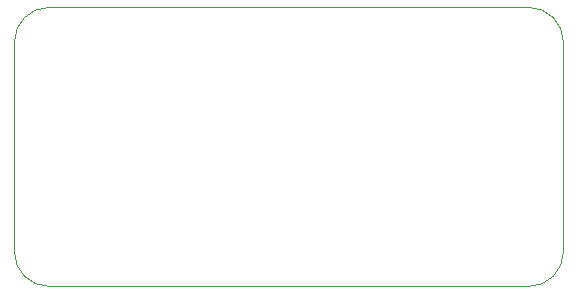
<source format=gbr>
%TF.GenerationSoftware,KiCad,Pcbnew,(6.0.5)*%
%TF.CreationDate,2022-05-22T23:21:51-04:00*%
%TF.ProjectId,controller,636f6e74-726f-46c6-9c65-722e6b696361,rev?*%
%TF.SameCoordinates,Original*%
%TF.FileFunction,Profile,NP*%
%FSLAX46Y46*%
G04 Gerber Fmt 4.6, Leading zero omitted, Abs format (unit mm)*
G04 Created by KiCad (PCBNEW (6.0.5)) date 2022-05-22 23:21:51*
%MOMM*%
%LPD*%
G01*
G04 APERTURE LIST*
%TA.AperFunction,Profile*%
%ADD10C,0.100000*%
%TD*%
G04 APERTURE END LIST*
D10*
X93980000Y-75819000D02*
G75*
G03*
X91059000Y-78740000I0J-2921000D01*
G01*
X91059000Y-96520000D02*
X91059000Y-78740000D01*
X134620000Y-99441000D02*
G75*
G03*
X137541000Y-96520000I0J2921000D01*
G01*
X91059000Y-96520000D02*
G75*
G03*
X93980000Y-99441000I2921000J0D01*
G01*
X137541000Y-78740000D02*
X137541000Y-96520000D01*
X134620000Y-99441000D02*
X93980000Y-99441000D01*
X93980000Y-75819000D02*
X134620000Y-75819000D01*
X137541000Y-78740000D02*
G75*
G03*
X134620000Y-75819000I-2921000J0D01*
G01*
M02*

</source>
